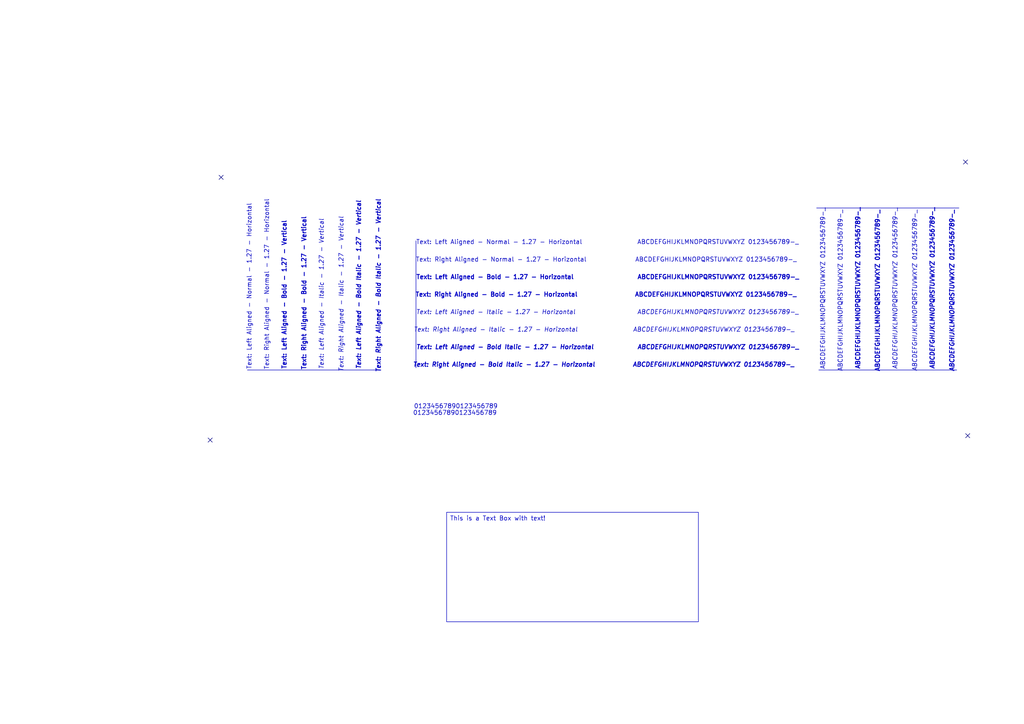
<source format=kicad_sch>
(kicad_sch (version 20230121) (generator eeschema)
  (paper "A4")
  (lib_symbols)
  (no_connect (at 280.035 46.99))
  (no_connect (at 64.135 51.435))
  (no_connect (at 280.67 126.365))
  (no_connect (at 60.96 127.635))
  (polyline (pts (xy 120.65 69.85) (xy 120.65 106.68)))
  (polyline (pts (xy 237.49 107.315) (xy 277.495 107.315)))
  (polyline (pts (xy 236.855 60.325) (xy 278.13 60.325)))
  (polyline (pts (xy 71.755 107.315) (xy 110.49 107.315)))
  (text_box "This is a Text Box with text!" (at 129.54 148.59 0) (size 73.025 31.75) (effects (font (size 1.27 1.27)) (justify left top)))
  (text "ABCDEFGHIJKLMNOPQRSTUVWXYZ 0123456789-_" (at 231.14 86.36 0) (effects (font (size 1.27 1.27) bold) (justify right bottom)))
  (text "Text: Left Aligned - Bold - 1.27 - Vertical" (at 83.185 107.315 90) (effects (font (size 1.27 1.27) (thickness 0.254) bold) (justify left bottom)))
  (text "ABCDEFGHIJKLMNOPQRSTUVWXYZ 0123456789-_" (at 230.505 106.68 0) (effects (font (size 1.27 1.27) bold italic) (justify right bottom)))
  (text "ABCDEFGHIJKLMNOPQRSTUVWXYZ 0123456789-_" (at 184.785 101.6 0) (effects (font (size 1.27 1.27) (thickness 0.254) bold italic) (justify left bottom)))
  (text "ABCDEFGHIJKLMNOPQRSTUVWXYZ 0123456789-_" (at 271.145 107.315 90) (effects (font (size 1.27 1.27) (thickness 0.254) bold italic) (justify left bottom)))
  (text "ABCDEFGHIJKLMNOPQRSTUVWXYZ 0123456789-_" (at 184.785 71.12 0) (effects (font (size 1.27 1.27)) (justify left bottom)))
  (text "Text: Right Aligned - Bold - 1.27 - Vertical" (at 88.9 62.865 90) (effects (font (size 1.27 1.27) bold) (justify right bottom)))
  (text "Text: Right Aligned - Italic - 1.27 - Horizontal" (at 167.64 96.52 0) (effects (font (size 1.27 1.27) italic) (justify right bottom)))
  (text "Text: Right Aligned - Bold Italic - 1.27 - Horizontal" (at 172.72 106.68 0) (effects (font (size 1.27 1.27) bold italic) (justify right bottom)))
  (text "Text: Left Aligned - Normal - 1.27 - Horizontal" (at 73.025 107.315 90) (effects (font (size 1.27 1.27)) (justify left bottom)))
  (text "ABCDEFGHIJKLMNOPQRSTUVWXYZ 0123456789-_" (at 184.785 81.28 0) (effects (font (size 1.27 1.27) (thickness 0.254) bold) (justify left bottom)))
  (text "ABCDEFGHIJKLMNOPQRSTUVWXYZ 0123456789-_" (at 249.555 107.315 90) (effects (font (size 1.27 1.27) (thickness 0.254) bold) (justify left bottom)))
  (text "ABCDEFGHIJKLMNOPQRSTUVWXYZ 0123456789-_" (at 266.065 60.96 90) (effects (font (size 1.27 1.27) italic) (justify right bottom)))
  (text "Text: Left Aligned - Normal - 1.27 - Horizontal" (at 120.65 71.12 0) (effects (font (size 1.27 1.27)) (justify left bottom)))
  (text "ABCDEFGHIJKLMNOPQRSTUVWXYZ 0123456789-_" (at 184.785 91.44 0) (effects (font (size 1.27 1.27) italic) (justify left bottom)))
  (text "ABCDEFGHIJKLMNOPQRSTUVWXYZ 0123456789-_" (at 239.395 107.315 90) (effects (font (size 1.27 1.27)) (justify left bottom)))
  (text "Text: Left Aligned - Italic - 1.27 - Horizontal" (at 120.65 91.44 0) (effects (font (size 1.27 1.27) italic) (justify left bottom)))
  (text "Text: Left Aligned - Bold Italic - 1.27 - Vertical" (at 104.775 107.315 90) (effects (font (size 1.27 1.27) (thickness 0.254) bold italic) (justify left bottom)))
  (text "ABCDEFGHIJKLMNOPQRSTUVWXYZ 0123456789-_" (at 230.505 96.52 0) (effects (font (size 1.27 1.27) italic) (justify right bottom)))
  (text "01234567890123456789" (at 144.145 120.65 0) (effects (font (size 1.27 1.27)) (justify right bottom)))
  (text "Text: Left Aligned - Italic - 1.27 - Vertical" (at 93.98 107.315 90) (effects (font (size 1.27 1.27) italic) (justify left bottom)))
  (text "Text: Right Aligned - Normal - 1.27 - Horizontal" (at 170.18 76.2 0) (effects (font (size 1.27 1.27)) (justify right bottom)))
  (text "ABCDEFGHIJKLMNOPQRSTUVWXYZ 0123456789-_" (at 231.14 76.2 0) (effects (font (size 1.27 1.27)) (justify right bottom)))
  (text "Text: Right Aligned - Italic - 1.27 - Vertical" (at 99.695 62.865 90) (effects (font (size 1.27 1.27) italic) (justify right bottom)))
  (text "Text: Right Aligned - Normal - 1.27 - Horizontal" (at 78.105 57.785 90) (effects (font (size 1.27 1.27)) (justify right bottom)))
  (text "ABCDEFGHIJKLMNOPQRSTUVWXYZ 0123456789-_" (at 244.475 60.96 90) (effects (font (size 1.27 1.27)) (justify right bottom)))
  (text "ABCDEFGHIJKLMNOPQRSTUVWXYZ 0123456789-_" (at 260.35 107.315 90) (effects (font (size 1.27 1.27) italic) (justify left bottom)))
  (text "01234567890123456789" (at 120.015 118.745 0) (effects (font (size 1.27 1.27)) (justify left bottom)))
  (text "Text: Left Aligned - Bold Italic - 1.27 - Horizontal" (at 120.65 101.6 0) (effects (font (size 1.27 1.27) (thickness 0.254) bold italic) (justify left bottom)))
  (text "ABCDEFGHIJKLMNOPQRSTUVWXYZ 0123456789-_" (at 276.86 60.96 90) (effects (font (size 1.27 1.27) bold italic) (justify right bottom)))
  (text "Text: Right Aligned - Bold - 1.27 - Horizontal" (at 167.64 86.36 0) (effects (font (size 1.27 1.27) (thickness 0.254) bold) (justify right bottom)))
  (text "Text: Left Aligned - Bold - 1.27 - Horizontal" (at 120.65 81.28 0) (effects (font (size 1.27 1.27) (thickness 0.254) bold) (justify left bottom)))
  (text "Text: Right Aligned - Bold Italic - 1.27 - Vertical" (at 110.49 57.785 90) (effects (font (size 1.27 1.27) bold italic) (justify right bottom)))
  (text "ABCDEFGHIJKLMNOPQRSTUVWXYZ 0123456789-_" (at 255.27 60.96 90) (effects (font (size 1.27 1.27) bold) (justify right bottom)))
)
</source>
